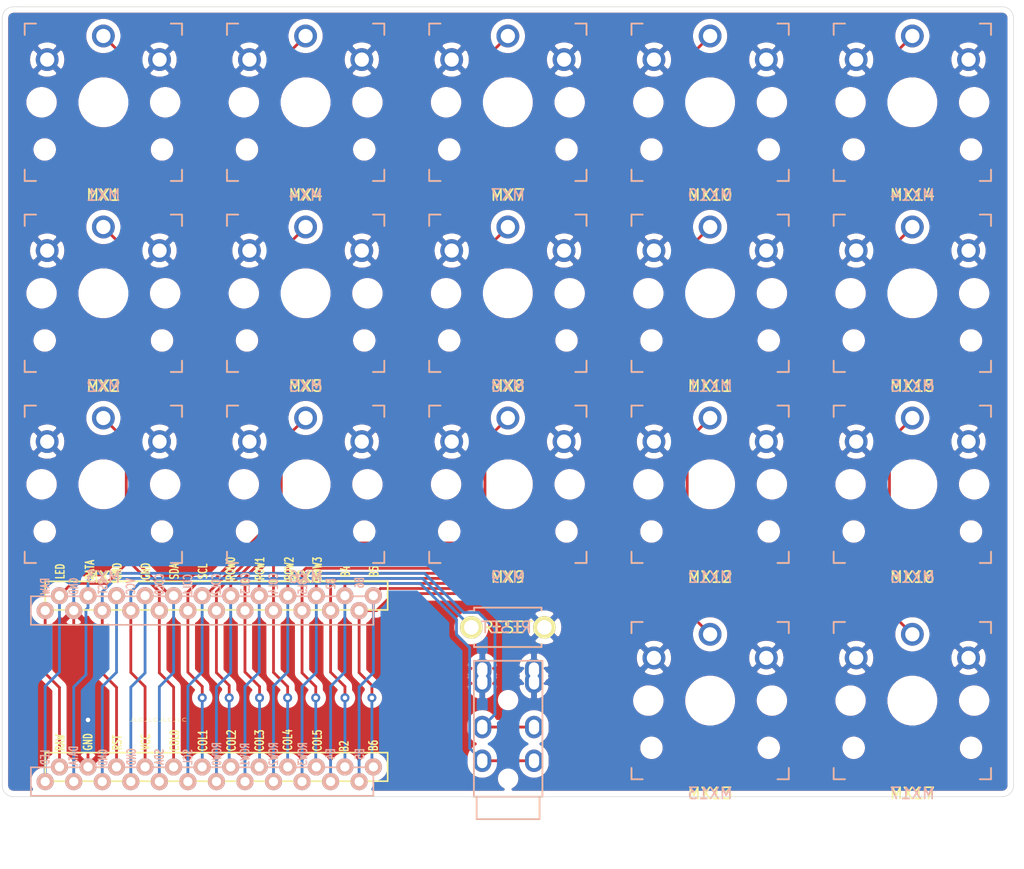
<source format=kicad_pcb>
(kicad_pcb (version 20171130) (host pcbnew "(5.1.12)-1")
  (layers (0 F.Cu signal) (31 B.Cu signal) (34 B.Paste user) (35 F.Paste user) (36 B.SilkS user) (37 F.SilkS user) (38 B.Mask user) (39 F.Mask user) (44 Edge.Cuts user))
  (net 0 "")
  (net 1 S1)
  (net 2 GND)
  (net 3 S2)
  (net 4 S3)
  (net 5 S4)
  (net 6 S5)
  (net 7 S6)
  (net 8 S7)
  (net 9 S8)
  (net 10 S9)
  (net 11 S10)
  (net 12 S11)
  (net 13 S12)
  (net 14 S13)
  (net 15 S14)
  (net 16 S15)
  (net 17 S16)
  (net 18 S17)
  (net 19 "Net-(SW1-Pad1)")
  (net 20 DATA0)
  (net 21 "Net-(U1-Pad3)")
  (net 22 "Net-(U1-Pad4)")
  (net 23 +5V)
  (net 24 "Net-(U1-Pad24)")
  (module keyswitches:SW_PG1350_reversible (layer F.Cu) (at 128.261 111.6499 180)
    (fp_text reference MX6 (at 0 -8.255) (layer F.SilkS))
    (fp_text value MX-NoLED)
    (fp_text user %R (at 0 -8.255) (layer B.SilkS) (effects (justify mirror)))
    (pad "" np_thru_hole circle (at -5.5 0 180) (size 1.7018 1.7018) (drill 1.7018) (layers *.Cu *.Mask))
    (pad "" np_thru_hole circle (at 5.5 0 180) (size 1.7018 1.7018) (drill 1.7018) (layers *.Cu *.Mask))
    (pad "" np_thru_hole circle (at 5.22 -4.2 180) (size 0.9906 0.9906) (drill 0.9906) (layers *.Cu *.Mask))
    (pad 1 thru_hole circle (at 0 5.9 180) (size 2.032 2.032) (drill 1.27) (layers *.Cu *.Mask) (net 7 S6))
    (pad 2 thru_hole circle (at -5 3.8 180) (size 2.032 2.032) (drill 1.27) (layers *.Cu *.Mask) (net 2 GND))
    (pad "" np_thru_hole circle (at 0 0 180) (size 3.429 3.429) (drill 3.429) (layers *.Cu *.Mask))
    (pad 2 thru_hole circle (at 5 3.8 180) (size 2.032 2.032) (drill 1.27) (layers *.Cu *.Mask) (net 2 GND))
    (pad "" np_thru_hole circle (at -5.22 -4.2 180) (size 0.9906 0.9906) (drill 0.9906) (layers *.Cu *.Mask))
  )
  (module Keebio-Parts:TRRS-PJ-320A-no-Fmask (layer F.Cu) (at 146.281 139.4549 180)
    (fp_text reference U2)
    (fp_text value TRRS)
    (pad 1 thru_hole oval (at -2.3 11.3 180) (size 1.6 2) (drill oval 0.9 1.3) (layers *.Cu B.Mask) (net 2 GND))
    (pad 2 thru_hole oval (at 2.3 10.2 180) (size 1.6 2) (drill oval 0.9 1.3) (layers *.Cu B.Mask) (net 2 GND))
    (pad 4 thru_hole oval (at 2.3 3.2 180) (size 1.6 2) (drill oval 0.9 1.3) (layers *.Cu B.Mask) (net 23 +5V))
    (pad "" np_thru_hole circle (at 0 8.6 180) (size 0.8 0.8) (drill 0.8) (layers *.Cu *.Mask))
    (pad "" np_thru_hole circle (at 0 1.6 180) (size 0.8 0.8) (drill 0.8) (layers *.Cu *.Mask))
    (pad 3 thru_hole oval (at 2.3 6.2 180) (size 1.6 2) (drill oval 0.9 1.3) (layers *.Cu B.Mask) (net 20 DATA0))
    (pad 4 thru_hole oval (at 2.3 3.2 180) (size 1 1.4) (drill oval 0.9 1.3) (layers *.Cu F.Mask) (net 23 +5V))
    (pad 3 thru_hole oval (at 2.3 6.2 180) (size 1 1.4) (drill oval 0.9 1.3) (layers *.Cu F.Mask) (net 20 DATA0))
    (pad 2 thru_hole oval (at 2.3 10.2 180) (size 1 1.4) (drill oval 0.9 1.3) (layers *.Cu F.Mask) (net 2 GND))
    (pad 1 thru_hole oval (at -2.3 11.3 180) (size 1 1.4) (drill oval 0.9 1.3) (layers *.Cu F.Mask) (net 2 GND))
  )
  (module keyswitches:SW_PG1350_reversible (layer F.Cu) (at 110.261 77.6499 180)
    (fp_text reference MX1 (at 0 -8.255) (layer F.SilkS))
    (fp_text value MX-NoLED)
    (fp_text user %R (at 0 -8.255) (layer B.SilkS) (effects (justify mirror)))
    (pad "" np_thru_hole circle (at -5.22 -4.2 180) (size 0.9906 0.9906) (drill 0.9906) (layers *.Cu *.Mask))
    (pad 2 thru_hole circle (at 5 3.8 180) (size 2.032 2.032) (drill 1.27) (layers *.Cu *.Mask) (net 2 GND))
    (pad "" np_thru_hole circle (at 0 0 180) (size 3.429 3.429) (drill 3.429) (layers *.Cu *.Mask))
    (pad 2 thru_hole circle (at -5 3.8 180) (size 2.032 2.032) (drill 1.27) (layers *.Cu *.Mask) (net 2 GND))
    (pad 1 thru_hole circle (at 0 5.9 180) (size 2.032 2.032) (drill 1.27) (layers *.Cu *.Mask) (net 1 S1))
    (pad "" np_thru_hole circle (at 5.22 -4.2 180) (size 0.9906 0.9906) (drill 0.9906) (layers *.Cu *.Mask))
    (pad "" np_thru_hole circle (at 5.5 0 180) (size 1.7018 1.7018) (drill 1.7018) (layers *.Cu *.Mask))
    (pad "" np_thru_hole circle (at -5.5 0 180) (size 1.7018 1.7018) (drill 1.7018) (layers *.Cu *.Mask))
  )
  (module keyswitches:SW_PG1350_reversible (layer F.Cu) (at 110.261 94.6499 180)
    (fp_text reference MX2 (at 0 -8.255) (layer F.SilkS))
    (fp_text value MX-NoLED)
    (fp_text user %R (at 0 -8.255) (layer B.SilkS) (effects (justify mirror)))
    (pad "" np_thru_hole circle (at -5.5 0 180) (size 1.7018 1.7018) (drill 1.7018) (layers *.Cu *.Mask))
    (pad "" np_thru_hole circle (at 5.5 0 180) (size 1.7018 1.7018) (drill 1.7018) (layers *.Cu *.Mask))
    (pad "" np_thru_hole circle (at 5.22 -4.2 180) (size 0.9906 0.9906) (drill 0.9906) (layers *.Cu *.Mask))
    (pad 1 thru_hole circle (at 0 5.9 180) (size 2.032 2.032) (drill 1.27) (layers *.Cu *.Mask) (net 3 S2))
    (pad 2 thru_hole circle (at -5 3.8 180) (size 2.032 2.032) (drill 1.27) (layers *.Cu *.Mask) (net 2 GND))
    (pad "" np_thru_hole circle (at 0 0 180) (size 3.429 3.429) (drill 3.429) (layers *.Cu *.Mask))
    (pad 2 thru_hole circle (at 5 3.8 180) (size 2.032 2.032) (drill 1.27) (layers *.Cu *.Mask) (net 2 GND))
    (pad "" np_thru_hole circle (at -5.22 -4.2 180) (size 0.9906 0.9906) (drill 0.9906) (layers *.Cu *.Mask))
  )
  (module keyswitches:SW_PG1350_reversible (layer F.Cu) (at 110.261 111.6499 180)
    (fp_text reference MX3 (at 0 -8.255) (layer F.SilkS))
    (fp_text value MX-NoLED)
    (fp_text user %R (at 0 -8.255) (layer B.SilkS) (effects (justify mirror)))
    (pad "" np_thru_hole circle (at -5.5 0 180) (size 1.7018 1.7018) (drill 1.7018) (layers *.Cu *.Mask))
    (pad "" np_thru_hole circle (at 5.5 0 180) (size 1.7018 1.7018) (drill 1.7018) (layers *.Cu *.Mask))
    (pad "" np_thru_hole circle (at 5.22 -4.2 180) (size 0.9906 0.9906) (drill 0.9906) (layers *.Cu *.Mask))
    (pad 1 thru_hole circle (at 0 5.9 180) (size 2.032 2.032) (drill 1.27) (layers *.Cu *.Mask) (net 4 S3))
    (pad 2 thru_hole circle (at -5 3.8 180) (size 2.032 2.032) (drill 1.27) (layers *.Cu *.Mask) (net 2 GND))
    (pad "" np_thru_hole circle (at 0 0 180) (size 3.429 3.429) (drill 3.429) (layers *.Cu *.Mask))
    (pad 2 thru_hole circle (at 5 3.8 180) (size 2.032 2.032) (drill 1.27) (layers *.Cu *.Mask) (net 2 GND))
    (pad "" np_thru_hole circle (at -5.22 -4.2 180) (size 0.9906 0.9906) (drill 0.9906) (layers *.Cu *.Mask))
  )
  (module keyswitches:SW_PG1350_reversible (layer F.Cu) (at 128.261 77.6499 180)
    (fp_text reference MX4 (at 0 -8.255) (layer F.SilkS))
    (fp_text value MX-NoLED)
    (fp_text user %R (at 0 -8.255) (layer B.SilkS) (effects (justify mirror)))
    (pad "" np_thru_hole circle (at -5.5 0 180) (size 1.7018 1.7018) (drill 1.7018) (layers *.Cu *.Mask))
    (pad "" np_thru_hole circle (at 5.5 0 180) (size 1.7018 1.7018) (drill 1.7018) (layers *.Cu *.Mask))
    (pad "" np_thru_hole circle (at 5.22 -4.2 180) (size 0.9906 0.9906) (drill 0.9906) (layers *.Cu *.Mask))
    (pad 1 thru_hole circle (at 0 5.9 180) (size 2.032 2.032) (drill 1.27) (layers *.Cu *.Mask) (net 5 S4))
    (pad 2 thru_hole circle (at -5 3.8 180) (size 2.032 2.032) (drill 1.27) (layers *.Cu *.Mask) (net 2 GND))
    (pad "" np_thru_hole circle (at 0 0 180) (size 3.429 3.429) (drill 3.429) (layers *.Cu *.Mask))
    (pad 2 thru_hole circle (at 5 3.8 180) (size 2.032 2.032) (drill 1.27) (layers *.Cu *.Mask) (net 2 GND))
    (pad "" np_thru_hole circle (at -5.22 -4.2 180) (size 0.9906 0.9906) (drill 0.9906) (layers *.Cu *.Mask))
  )
  (module keyswitches:SW_PG1350_reversible (layer F.Cu) (at 128.261 94.6499 180)
    (fp_text reference MX5 (at 0 -8.255) (layer F.SilkS))
    (fp_text value MX-NoLED)
    (fp_text user %R (at 0 -8.255) (layer B.SilkS) (effects (justify mirror)))
    (pad "" np_thru_hole circle (at -5.22 -4.2 180) (size 0.9906 0.9906) (drill 0.9906) (layers *.Cu *.Mask))
    (pad 2 thru_hole circle (at 5 3.8 180) (size 2.032 2.032) (drill 1.27) (layers *.Cu *.Mask) (net 2 GND))
    (pad "" np_thru_hole circle (at 0 0 180) (size 3.429 3.429) (drill 3.429) (layers *.Cu *.Mask))
    (pad 2 thru_hole circle (at -5 3.8 180) (size 2.032 2.032) (drill 1.27) (layers *.Cu *.Mask) (net 2 GND))
    (pad 1 thru_hole circle (at 0 5.9 180) (size 2.032 2.032) (drill 1.27) (layers *.Cu *.Mask) (net 6 S5))
    (pad "" np_thru_hole circle (at 5.22 -4.2 180) (size 0.9906 0.9906) (drill 0.9906) (layers *.Cu *.Mask))
    (pad "" np_thru_hole circle (at 5.5 0 180) (size 1.7018 1.7018) (drill 1.7018) (layers *.Cu *.Mask))
    (pad "" np_thru_hole circle (at -5.5 0 180) (size 1.7018 1.7018) (drill 1.7018) (layers *.Cu *.Mask))
  )
  (module keyswitches:SW_PG1350_reversible (layer F.Cu) (at 146.261 77.6499 180)
    (fp_text reference MX7 (at 0 -8.255) (layer F.SilkS))
    (fp_text value MX-NoLED)
    (fp_text user %R (at 0 -8.255) (layer B.SilkS) (effects (justify mirror)))
    (pad "" np_thru_hole circle (at -5.22 -4.2 180) (size 0.9906 0.9906) (drill 0.9906) (layers *.Cu *.Mask))
    (pad 2 thru_hole circle (at 5 3.8 180) (size 2.032 2.032) (drill 1.27) (layers *.Cu *.Mask) (net 2 GND))
    (pad "" np_thru_hole circle (at 0 0 180) (size 3.429 3.429) (drill 3.429) (layers *.Cu *.Mask))
    (pad 2 thru_hole circle (at -5 3.8 180) (size 2.032 2.032) (drill 1.27) (layers *.Cu *.Mask) (net 2 GND))
    (pad 1 thru_hole circle (at 0 5.9 180) (size 2.032 2.032) (drill 1.27) (layers *.Cu *.Mask) (net 8 S7))
    (pad "" np_thru_hole circle (at 5.22 -4.2 180) (size 0.9906 0.9906) (drill 0.9906) (layers *.Cu *.Mask))
    (pad "" np_thru_hole circle (at 5.5 0 180) (size 1.7018 1.7018) (drill 1.7018) (layers *.Cu *.Mask))
    (pad "" np_thru_hole circle (at -5.5 0 180) (size 1.7018 1.7018) (drill 1.7018) (layers *.Cu *.Mask))
  )
  (module keyswitches:SW_PG1350_reversible (layer F.Cu) (at 146.261 94.6499 180)
    (fp_text reference MX8 (at 0 -8.255) (layer F.SilkS))
    (fp_text value MX-NoLED)
    (fp_text user %R (at 0 -8.255) (layer B.SilkS) (effects (justify mirror)))
    (pad "" np_thru_hole circle (at -5.5 0 180) (size 1.7018 1.7018) (drill 1.7018) (layers *.Cu *.Mask))
    (pad "" np_thru_hole circle (at 5.5 0 180) (size 1.7018 1.7018) (drill 1.7018) (layers *.Cu *.Mask))
    (pad "" np_thru_hole circle (at 5.22 -4.2 180) (size 0.9906 0.9906) (drill 0.9906) (layers *.Cu *.Mask))
    (pad 1 thru_hole circle (at 0 5.9 180) (size 2.032 2.032) (drill 1.27) (layers *.Cu *.Mask) (net 9 S8))
    (pad 2 thru_hole circle (at -5 3.8 180) (size 2.032 2.032) (drill 1.27) (layers *.Cu *.Mask) (net 2 GND))
    (pad "" np_thru_hole circle (at 0 0 180) (size 3.429 3.429) (drill 3.429) (layers *.Cu *.Mask))
    (pad 2 thru_hole circle (at 5 3.8 180) (size 2.032 2.032) (drill 1.27) (layers *.Cu *.Mask) (net 2 GND))
    (pad "" np_thru_hole circle (at -5.22 -4.2 180) (size 0.9906 0.9906) (drill 0.9906) (layers *.Cu *.Mask))
  )
  (module keyswitches:SW_PG1350_reversible (layer F.Cu) (at 146.261 111.6499 180)
    (fp_text reference MX9 (at 0 -8.255) (layer F.SilkS))
    (fp_text value MX-NoLED)
    (fp_text user %R (at 0 -8.255) (layer B.SilkS) (effects (justify mirror)))
    (pad "" np_thru_hole circle (at -5.5 0 180) (size 1.7018 1.7018) (drill 1.7018) (layers *.Cu *.Mask))
    (pad "" np_thru_hole circle (at 5.5 0 180) (size 1.7018 1.7018) (drill 1.7018) (layers *.Cu *.Mask))
    (pad "" np_thru_hole circle (at 5.22 -4.2 180) (size 0.9906 0.9906) (drill 0.9906) (layers *.Cu *.Mask))
    (pad 1 thru_hole circle (at 0 5.9 180) (size 2.032 2.032) (drill 1.27) (layers *.Cu *.Mask) (net 10 S9))
    (pad 2 thru_hole circle (at -5 3.8 180) (size 2.032 2.032) (drill 1.27) (layers *.Cu *.Mask) (net 2 GND))
    (pad "" np_thru_hole circle (at 0 0 180) (size 3.429 3.429) (drill 3.429) (layers *.Cu *.Mask))
    (pad 2 thru_hole circle (at 5 3.8 180) (size 2.032 2.032) (drill 1.27) (layers *.Cu *.Mask) (net 2 GND))
    (pad "" np_thru_hole circle (at -5.22 -4.2 180) (size 0.9906 0.9906) (drill 0.9906) (layers *.Cu *.Mask))
  )
  (module keyswitches:SW_PG1350_reversible (layer F.Cu) (at 164.261 77.6499 180)
    (fp_text reference MX10 (at 0 -8.255) (layer F.SilkS))
    (fp_text value MX-NoLED)
    (fp_text user %R (at 0 -8.255) (layer B.SilkS) (effects (justify mirror)))
    (pad "" np_thru_hole circle (at -5.5 0 180) (size 1.7018 1.7018) (drill 1.7018) (layers *.Cu *.Mask))
    (pad "" np_thru_hole circle (at 5.5 0 180) (size 1.7018 1.7018) (drill 1.7018) (layers *.Cu *.Mask))
    (pad "" np_thru_hole circle (at 5.22 -4.2 180) (size 0.9906 0.9906) (drill 0.9906) (layers *.Cu *.Mask))
    (pad 1 thru_hole circle (at 0 5.9 180) (size 2.032 2.032) (drill 1.27) (layers *.Cu *.Mask) (net 11 S10))
    (pad 2 thru_hole circle (at -5 3.8 180) (size 2.032 2.032) (drill 1.27) (layers *.Cu *.Mask) (net 2 GND))
    (pad "" np_thru_hole circle (at 0 0 180) (size 3.429 3.429) (drill 3.429) (layers *.Cu *.Mask))
    (pad 2 thru_hole circle (at 5 3.8 180) (size 2.032 2.032) (drill 1.27) (layers *.Cu *.Mask) (net 2 GND))
    (pad "" np_thru_hole circle (at -5.22 -4.2 180) (size 0.9906 0.9906) (drill 0.9906) (layers *.Cu *.Mask))
  )
  (module keyswitches:SW_PG1350_reversible (layer F.Cu) (at 164.261 94.6499 180)
    (fp_text reference MX11 (at 0 -8.255) (layer F.SilkS))
    (fp_text value MX-NoLED)
    (fp_text user %R (at 0 -8.255) (layer B.SilkS) (effects (justify mirror)))
    (pad "" np_thru_hole circle (at -5.22 -4.2 180) (size 0.9906 0.9906) (drill 0.9906) (layers *.Cu *.Mask))
    (pad 2 thru_hole circle (at 5 3.8 180) (size 2.032 2.032) (drill 1.27) (layers *.Cu *.Mask) (net 2 GND))
    (pad "" np_thru_hole circle (at 0 0 180) (size 3.429 3.429) (drill 3.429) (layers *.Cu *.Mask))
    (pad 2 thru_hole circle (at -5 3.8 180) (size 2.032 2.032) (drill 1.27) (layers *.Cu *.Mask) (net 2 GND))
    (pad 1 thru_hole circle (at 0 5.9 180) (size 2.032 2.032) (drill 1.27) (layers *.Cu *.Mask) (net 12 S11))
    (pad "" np_thru_hole circle (at 5.22 -4.2 180) (size 0.9906 0.9906) (drill 0.9906) (layers *.Cu *.Mask))
    (pad "" np_thru_hole circle (at 5.5 0 180) (size 1.7018 1.7018) (drill 1.7018) (layers *.Cu *.Mask))
    (pad "" np_thru_hole circle (at -5.5 0 180) (size 1.7018 1.7018) (drill 1.7018) (layers *.Cu *.Mask))
  )
  (module keyswitches:SW_PG1350_reversible (layer F.Cu) (at 164.261 111.6499 180)
    (fp_text reference MX12 (at 0 -8.255) (layer F.SilkS))
    (fp_text value MX-NoLED)
    (fp_text user %R (at 0 -8.255) (layer B.SilkS) (effects (justify mirror)))
    (pad "" np_thru_hole circle (at -5.5 0 180) (size 1.7018 1.7018) (drill 1.7018) (layers *.Cu *.Mask))
    (pad "" np_thru_hole circle (at 5.5 0 180) (size 1.7018 1.7018) (drill 1.7018) (layers *.Cu *.Mask))
    (pad "" np_thru_hole circle (at 5.22 -4.2 180) (size 0.9906 0.9906) (drill 0.9906) (layers *.Cu *.Mask))
    (pad 1 thru_hole circle (at 0 5.9 180) (size 2.032 2.032) (drill 1.27) (layers *.Cu *.Mask) (net 13 S12))
    (pad 2 thru_hole circle (at -5 3.8 180) (size 2.032 2.032) (drill 1.27) (layers *.Cu *.Mask) (net 2 GND))
    (pad "" np_thru_hole circle (at 0 0 180) (size 3.429 3.429) (drill 3.429) (layers *.Cu *.Mask))
    (pad 2 thru_hole circle (at 5 3.8 180) (size 2.032 2.032) (drill 1.27) (layers *.Cu *.Mask) (net 2 GND))
    (pad "" np_thru_hole circle (at -5.22 -4.2 180) (size 0.9906 0.9906) (drill 0.9906) (layers *.Cu *.Mask))
  )
  (module keyswitches:SW_PG1350_reversible (layer F.Cu) (at 164.261 130.8999 180)
    (fp_text reference MX13 (at 0 -8.255) (layer F.SilkS))
    (fp_text value MX-NoLED)
    (fp_text user %R (at 0 -8.255) (layer B.SilkS) (effects (justify mirror)))
    (pad "" np_thru_hole circle (at -5.5 0 180) (size 1.7018 1.7018) (drill 1.7018) (layers *.Cu *.Mask))
    (pad "" np_thru_hole circle (at 5.5 0 180) (size 1.7018 1.7018) (drill 1.7018) (layers *.Cu *.Mask))
    (pad "" np_thru_hole circle (at 5.22 -4.2 180) (size 0.9906 0.9906) (drill 0.9906) (layers *.Cu *.Mask))
    (pad 1 thru_hole circle (at 0 5.9 180) (size 2.032 2.032) (drill 1.27) (layers *.Cu *.Mask) (net 14 S13))
    (pad 2 thru_hole circle (at -5 3.8 180) (size 2.032 2.032) (drill 1.27) (layers *.Cu *.Mask) (net 2 GND))
    (pad "" np_thru_hole circle (at 0 0 180) (size 3.429 3.429) (drill 3.429) (layers *.Cu *.Mask))
    (pad 2 thru_hole circle (at 5 3.8 180) (size 2.032 2.032) (drill 1.27) (layers *.Cu *.Mask) (net 2 GND))
    (pad "" np_thru_hole circle (at -5.22 -4.2 180) (size 0.9906 0.9906) (drill 0.9906) (layers *.Cu *.Mask))
  )
  (module keyswitches:SW_PG1350_reversible (layer F.Cu) (at 182.261 77.6499 180)
    (fp_text reference MX14 (at 0 -8.255) (layer F.SilkS))
    (fp_text value MX-NoLED)
    (fp_text user %R (at 0 -8.255) (layer B.SilkS) (effects (justify mirror)))
    (pad "" np_thru_hole circle (at -5.22 -4.2 180) (size 0.9906 0.9906) (drill 0.9906) (layers *.Cu *.Mask))
    (pad 2 thru_hole circle (at 5 3.8 180) (size 2.032 2.032) (drill 1.27) (layers *.Cu *.Mask) (net 2 GND))
    (pad "" np_thru_hole circle (at 0 0 180) (size 3.429 3.429) (drill 3.429) (layers *.Cu *.Mask))
    (pad 2 thru_hole circle (at -5 3.8 180) (size 2.032 2.032) (drill 1.27) (layers *.Cu *.Mask) (net 2 GND))
    (pad 1 thru_hole circle (at 0 5.9 180) (size 2.032 2.032) (drill 1.27) (layers *.Cu *.Mask) (net 15 S14))
    (pad "" np_thru_hole circle (at 5.22 -4.2 180) (size 0.9906 0.9906) (drill 0.9906) (layers *.Cu *.Mask))
    (pad "" np_thru_hole circle (at 5.5 0 180) (size 1.7018 1.7018) (drill 1.7018) (layers *.Cu *.Mask))
    (pad "" np_thru_hole circle (at -5.5 0 180) (size 1.7018 1.7018) (drill 1.7018) (layers *.Cu *.Mask))
  )
  (module keyswitches:SW_PG1350_reversible (layer F.Cu) (at 182.261 94.6499 180)
    (fp_text reference MX15 (at 0 -8.255) (layer F.SilkS))
    (fp_text value MX-NoLED)
    (fp_text user %R (at 0 -8.255) (layer B.SilkS) (effects (justify mirror)))
    (pad "" np_thru_hole circle (at -5.5 0 180) (size 1.7018 1.7018) (drill 1.7018) (layers *.Cu *.Mask))
    (pad "" np_thru_hole circle (at 5.5 0 180) (size 1.7018 1.7018) (drill 1.7018) (layers *.Cu *.Mask))
    (pad "" np_thru_hole circle (at 5.22 -4.2 180) (size 0.9906 0.9906) (drill 0.9906) (layers *.Cu *.Mask))
    (pad 1 thru_hole circle (at 0 5.9 180) (size 2.032 2.032) (drill 1.27) (layers *.Cu *.Mask) (net 16 S15))
    (pad 2 thru_hole circle (at -5 3.8 180) (size 2.032 2.032) (drill 1.27) (layers *.Cu *.Mask) (net 2 GND))
    (pad "" np_thru_hole circle (at 0 0 180) (size 3.429 3.429) (drill 3.429) (layers *.Cu *.Mask))
    (pad 2 thru_hole circle (at 5 3.8 180) (size 2.032 2.032) (drill 1.27) (layers *.Cu *.Mask) (net 2 GND))
    (pad "" np_thru_hole circle (at -5.22 -4.2 180) (size 0.9906 0.9906) (drill 0.9906) (layers *.Cu *.Mask))
  )
  (module keyswitches:SW_PG1350_reversible (layer F.Cu) (at 182.261 111.6499 180)
    (fp_text reference MX16 (at 0 -8.255) (layer F.SilkS))
    (fp_text value MX-NoLED)
    (fp_text user %R (at 0 -8.255) (layer B.SilkS) (effects (justify mirror)))
    (pad "" np_thru_hole circle (at -5.22 -4.2 180) (size 0.9906 0.9906) (drill 0.9906) (layers *.Cu *.Mask))
    (pad 2 thru_hole circle (at 5 3.8 180) (size 2.032 2.032) (drill 1.27) (layers *.Cu *.Mask) (net 2 GND))
    (pad "" np_thru_hole circle (at 0 0 180) (size 3.429 3.429) (drill 3.429) (layers *.Cu *.Mask))
    (pad 2 thru_hole circle (at -5 3.8 180) (size 2.032 2.032) (drill 1.27) (layers *.Cu *.Mask) (net 2 GND))
    (pad 1 thru_hole circle (at 0 5.9 180) (size 2.032 2.032) (drill 1.27) (layers *.Cu *.Mask) (net 17 S16))
    (pad "" np_thru_hole circle (at 5.22 -4.2 180) (size 0.9906 0.9906) (drill 0.9906) (layers *.Cu *.Mask))
    (pad "" np_thru_hole circle (at 5.5 0 180) (size 1.7018 1.7018) (drill 1.7018) (layers *.Cu *.Mask))
    (pad "" np_thru_hole circle (at -5.5 0 180) (size 1.7018 1.7018) (drill 1.7018) (layers *.Cu *.Mask))
  )
  (module keyswitches:SW_PG1350_reversible (layer F.Cu) (at 182.261 130.8999 180)
    (fp_text reference MX17 (at 0 -8.255) (layer F.SilkS))
    (fp_text value MX-NoLED)
    (fp_text user %R (at 0 -8.255) (layer B.SilkS) (effects (justify mirror)))
    (pad "" np_thru_hole circle (at -5.22 -4.2 180) (size 0.9906 0.9906) (drill 0.9906) (layers *.Cu *.Mask))
    (pad 2 thru_hole circle (at 5 3.8 180) (size 2.032 2.032) (drill 1.27) (layers *.Cu *.Mask) (net 2 GND))
    (pad "" np_thru_hole circle (at 0 0 180) (size 3.429 3.429) (drill 3.429) (layers *.Cu *.Mask))
    (pad 2 thru_hole circle (at -5 3.8 180) (size 2.032 2.032) (drill 1.27) (layers *.Cu *.Mask) (net 2 GND))
    (pad 1 thru_hole circle (at 0 5.9 180) (size 2.032 2.032) (drill 1.27) (layers *.Cu *.Mask) (net 18 S17))
    (pad "" np_thru_hole circle (at 5.22 -4.2 180) (size 0.9906 0.9906) (drill 0.9906) (layers *.Cu *.Mask))
    (pad "" np_thru_hole circle (at 5.5 0 180) (size 1.7018 1.7018) (drill 1.7018) (layers *.Cu *.Mask))
    (pad "" np_thru_hole circle (at -5.5 0 180) (size 1.7018 1.7018) (drill 1.7018) (layers *.Cu *.Mask))
  )
  (module kbd:ResetSW (layer F.Cu) (at 146.261 124.3799 180)
    (fp_text reference SW1 hide)
    (fp_text value SW_SPST)
    (fp_text user RESET (at 0.127 0) (layer B.SilkS) (effects (justify mirror)))
    (fp_text user RESET (at 0 0) (layer F.SilkS))
    (pad 1 thru_hole circle (at 3.25 0 180) (size 2 2) (drill 1.3) (layers *.Cu *.Mask F.SilkS) (net 19 "Net-(SW1-Pad1)"))
    (pad 2 thru_hole circle (at -3.25 0 180) (size 2 2) (drill 1.3) (layers *.Cu *.Mask F.SilkS) (net 2 GND))
  )
  (module kbd:ProMicro_v2 (layer B.Cu) (at 119.561 130.4499 270)
    (fp_text reference U1 hide)
    (fp_text value ProMicro hide)
    (fp_text user "" (at -0.5 17.25 90) (layer B.SilkS) (effects (justify mirror)))
    (fp_text user "" (at -1.2065 16.256 90) (layer F.SilkS))
    (fp_text user RAW (at -9.7155 14.478 90) (layer B.SilkS) (effects (font (size 0.75 0.5) (thickness 0.125)) (justify mirror)))
    (fp_text user LED (at 5.5 14.478 90) (layer B.SilkS) (effects (font (size 0.75 0.5) (thickness 0.125)) (justify mirror)))
    (fp_text user GND (at -9.7155 11.938 90) (layer B.SilkS) (effects (font (size 0.75 0.5) (thickness 0.125)) (justify mirror)))
    (fp_text user DATA (at 5.35 11.95 90) (layer B.SilkS) (effects (font (size 0.75 0.5) (thickness 0.125)) (justify mirror)))
    (fp_text user RST (at -9.7155 9.3345 90) (layer B.SilkS) (effects (font (size 0.75 0.5) (thickness 0.125)) (justify mirror)))
    (fp_text user GND (at 5.5245 9.3345 90) (layer B.SilkS) (effects (font (size 0.75 0.5) (thickness 0.125)) (justify mirror)))
    (fp_text user VCC (at -9.7155 6.858 90) (layer B.SilkS) (effects (font (size 0.75 0.5) (thickness 0.125)) (justify mirror)))
    (fp_text user GND (at 5.461 6.7945 90) (layer B.SilkS) (effects (font (size 0.75 0.5) (thickness 0.125)) (justify mirror)))
    (fp_text user COL3 (at -10 -3.35 90) (layer B.SilkS) (effects (font (size 0.75 0.5) (thickness 0.125)) (justify mirror)))
    (fp_text user ROW0 (at 5.2 -0.8 90) (layer B.SilkS) (effects (font (size 0.75 0.5) (thickness 0.125)) (justify mirror)))
    (fp_text user COL2 (at -9.9 -0.762 90) (layer B.SilkS) (effects (font (size 0.75 0.5) (thickness 0.125)) (justify mirror)))
    (fp_text user SCL (at 5.461 1.778 90) (layer B.SilkS) (effects (font (size 0.75 0.5) (thickness 0.125)) (justify mirror)))
    (fp_text user COL1 (at -9.85 1.778 90) (layer B.SilkS) (effects (font (size 0.75 0.5) (thickness 0.125)) (justify mirror)))
    (fp_text user SDA (at 5.461 4.318 90) (layer B.SilkS) (effects (font (size 0.75 0.5) (thickness 0.125)) (justify mirror)))
    (fp_text user COL0 (at -9.9 4.3 90) (layer B.SilkS) (effects (font (size 0.75 0.5) (thickness 0.125)) (justify mirror)))
    (fp_text user B6 (at -10.05 -13.5 90) (layer B.SilkS) (effects (font (size 0.75 0.5) (thickness 0.125)) (justify mirror)))
    (fp_text user B5 (at 5.2 -13.5255 90) (layer B.SilkS) (effects (font (size 0.75 0.5) (thickness 0.125)) (justify mirror)))
    (fp_text user B4 (at 5.2 -10.922 90) (layer B.SilkS) (effects (font (size 0.75 0.5) (thickness 0.125)) (justify mirror)))
    (fp_text user B2 (at -9.95 -10.95 90) (layer B.SilkS) (effects (font (size 0.75 0.5) (thickness 0.125)) (justify mirror)))
    (fp_text user ROW3 (at 5.2 -8.4455 90) (layer B.SilkS) (effects (font (size 0.75 0.5) (thickness 0.125)) (justify mirror)))
    (fp_text user COL5 (at -9.95 -8.4455 90) (layer B.SilkS) (effects (font (size 0.75 0.5) (thickness 0.125)) (justify mirror)))
    (fp_text user ROW2 (at 5.2 -5.85 90) (layer B.SilkS) (effects (font (size 0.75 0.5) (thickness 0.125)) (justify mirror)))
    (fp_text user COL4 (at -9.95 -5.85 90) (layer B.SilkS) (effects (font (size 0.75 0.5) (thickness 0.125)) (justify mirror)))
    (fp_text user ROW1 (at 5.25 -3.302 90) (layer B.SilkS) (effects (font (size 0.75 0.5) (thickness 0.125)) (justify mirror)))
    (fp_text user ROW1 (at -11.3 -4.6355 90) (layer F.SilkS) (effects (font (size 0.75 0.5) (thickness 0.125))))
    (fp_text user COL4 (at 3.95 -7.112 90) (layer F.SilkS) (effects (font (size 0.75 0.5) (thickness 0.125))))
    (fp_text user ROW2 (at -11.3 -7.239 90) (layer F.SilkS) (effects (font (size 0.75 0.5) (thickness 0.125))))
    (fp_text user COL5 (at 4 -9.75 90) (layer F.SilkS) (effects (font (size 0.75 0.5) (thickness 0.125))))
    (fp_text user ROW3 (at -11.3 -9.75 90) (layer F.SilkS) (effects (font (size 0.75 0.5) (thickness 0.125))))
    (fp_text user B2 (at 4.5085 -12.1285 90) (layer F.SilkS) (effects (font (size 0.75 0.5) (thickness 0.125))))
    (fp_text user B4 (at -11.049 -12.2555 90) (layer F.SilkS) (effects (font (size 0.75 0.5) (thickness 0.125))))
    (fp_text user B5 (at -11.049 -14.7955 90) (layer F.SilkS) (effects (font (size 0.75 0.5) (thickness 0.125))))
    (fp_text user B6 (at 4.445 -14.732 90) (layer F.SilkS) (effects (font (size 0.75 0.5) (thickness 0.125))))
    (fp_text user COL0 (at 4 2.95 90) (layer F.SilkS) (effects (font (size 0.75 0.5) (thickness 0.125))))
    (fp_text user SDA (at -11.049 2.9845 90) (layer F.SilkS) (effects (font (size 0.75 0.5) (thickness 0.125))))
    (fp_text user COL1 (at 4 0.4445 90) (layer F.SilkS) (effects (font (size 0.75 0.5) (thickness 0.125))))
    (fp_text user SCL (at -11.049 0.4445 90) (layer F.SilkS) (effects (font (size 0.75 0.5) (thickness 0.125))))
    (fp_text user COL2 (at 4 -2.1 90) (layer F.SilkS) (effects (font (size 0.75 0.5) (thickness 0.125))))
    (fp_text user ROW0 (at -11.3 -2.032 90) (layer F.SilkS) (effects (font (size 0.75 0.5) (thickness 0.125))))
    (fp_text user COL3 (at 4 -4.6 90) (layer F.SilkS) (effects (font (size 0.75 0.5) (thickness 0.125))))
    (fp_text user GND (at -11.049 5.5245 90) (layer F.SilkS) (effects (font (size 0.75 0.5) (thickness 0.125))))
    (fp_text user VCC (at 4.1275 5.5245 90) (layer F.SilkS) (effects (font (size 0.75 0.5) (thickness 0.125))))
    (fp_text user GND (at -11.049 8.0645 90) (layer F.SilkS) (effects (font (size 0.75 0.5) (thickness 0.125))))
    (fp_text user RST (at 4.191 8.0645 90) (layer F.SilkS) (effects (font (size 0.75 0.5) (thickness 0.125))))
    (fp_text user DATA (at -11.2 10.5 90) (layer F.SilkS) (effects (font (size 0.75 0.5) (thickness 0.125))))
    (fp_text user GND (at 4.1275 10.668 90) (layer F.SilkS) (effects (font (size 0.75 0.5) (thickness 0.125))))
    (fp_text user LED (at -11.049 13.1445 90) (layer F.SilkS) (effects (font (size 0.75 0.5) (thickness 0.125))))
    (fp_text user RAW (at 4.191 13.1445 90) (layer F.SilkS) (effects (font (size 0.75 0.5) (thickness 0.125))))
    (pad 24 thru_hole circle (at 6.35 13.208 270) (size 1.524 1.524) (drill 0.8128) (layers *.Cu *.Mask B.SilkS) (net 24 "Net-(U1-Pad24)"))
    (pad 23 thru_hole circle (at 6.35 10.668 270) (size 1.524 1.524) (drill 0.8128) (layers *.Cu *.Mask B.SilkS) (net 2 GND))
    (pad 22 thru_hole circle (at 6.35 8.128 270) (size 1.524 1.524) (drill 0.8128) (layers *.Cu *.Mask B.SilkS) (net 19 "Net-(SW1-Pad1)"))
    (pad 21 thru_hole circle (at 6.35 5.588 270) (size 1.524 1.524) (drill 0.8128) (layers *.Cu *.Mask B.SilkS) (net 23 +5V))
    (pad 20 thru_hole circle (at 6.35 3.048 270) (size 1.524 1.524) (drill 0.8128) (layers *.Cu *.Mask B.SilkS) (net 3 S2))
    (pad 19 thru_hole circle (at 6.35 0.508 270) (size 1.524 1.524) (drill 0.8128) (layers *.Cu *.Mask B.SilkS) (net 5 S4))
    (pad 18 thru_hole circle (at 6.35 -2.032 270) (size 1.524 1.524) (drill 0.8128) (layers *.Cu *.Mask B.SilkS) (net 7 S6))
    (pad 17 thru_hole circle (at 6.35 -4.572 270) (size 1.524 1.524) (drill 0.8128) (layers *.Cu *.Mask B.SilkS) (net 9 S8))
    (pad 16 thru_hole circle (at 6.35 -7.112 270) (size 1.524 1.524) (drill 0.8128) (layers *.Cu *.Mask B.SilkS) (net 11 S10))
    (pad 15 thru_hole circle (at 6.35 -9.652 270) (size 1.524 1.524) (drill 0.8128) (layers *.Cu *.Mask B.SilkS) (net 13 S12))
    (pad 14 thru_hole circle (at 6.35 -12.192 270) (size 1.524 1.524) (drill 0.8128) (layers *.Cu *.Mask B.SilkS) (net 16 S15))
    (pad 13 thru_hole circle (at 6.35 -14.732 270) (size 1.524 1.524) (drill 0.8128) (layers *.Cu *.Mask B.SilkS) (net 14 S13))
    (pad 12 thru_hole circle (at -8.89 -14.732 270) (size 1.524 1.524) (drill 0.8128) (layers *.Cu *.Mask B.SilkS) (net 18 S17))
    (pad 11 thru_hole circle (at -8.89 -12.192 270) (size 1.524 1.524) (drill 0.8128) (layers *.Cu *.Mask B.SilkS) (net 17 S16))
    (pad 10 thru_hole circle (at -8.89 -9.652 270) (size 1.524 1.524) (drill 0.8128) (layers *.Cu *.Mask B.SilkS) (net 15 S14))
    (pad 9 thru_hole circle (at -8.89 -7.112 270) (size 1.524 1.524) (drill 0.8128) (layers *.Cu *.Mask B.SilkS) (net 12 S11))
    (pad 8 thru_hole circle (at -8.89 -4.572 270) (size 1.524 1.524) (drill 0.8128) (layers *.Cu *.Mask B.SilkS) (net 10 S9))
    (pad 7 thru_hole circle (at -8.89 -2.032 270) (size 1.524 1.524) (drill 0.8128) (layers *.Cu *.Mask B.SilkS) (net 8 S7))
    (pad 6 thru_hole circle (at -8.89 0.508 270) (size 1.524 1.524) (drill 0.8128) (layers *.Cu *.Mask B.SilkS) (net 6 S5))
    (pad 5 thru_hole circle (at -8.89 3.048 270) (size 1.524 1.524) (drill 0.8128) (layers *.Cu *.Mask B.SilkS) (net 1 S1))
    (pad 4 thru_hole circle (at -8.89 5.588 270) (size 1.524 1.524) (drill 0.8128) (layers *.Cu *.Mask B.SilkS) (net 22 "Net-(U1-Pad4)"))
    (pad 3 thru_hole circle (at -8.89 8.128 270) (size 1.524 1.524) (drill 0.8128) (layers *.Cu *.Mask B.SilkS) (net 21 "Net-(U1-Pad3)"))
    (pad 2 thru_hole circle (at -8.89 10.668 270) (size 1.524 1.524) (drill 0.8128) (layers *.Cu *.Mask B.SilkS) (net 20 DATA0))
    (pad 1 thru_hole circle (at -8.89 13.208 270) (size 1.524 1.524) (drill 0.8128) (layers *.Cu *.Mask B.SilkS) (net 4 S3))
    (pad 1 thru_hole circle (at 7.6564 14.478 270) (size 1.524 1.524) (drill 0.8128) (layers *.Cu *.Mask B.SilkS) (net 4 S3))
    (pad 2 thru_hole circle (at 7.6564 11.938 270) (size 1.524 1.524) (drill 0.8128) (layers *.Cu *.Mask B.SilkS) (net 20 DATA0))
    (pad 3 thru_hole circle (at 7.6564 9.398 270) (size 1.524 1.524) (drill 0.8128) (layers *.Cu *.Mask B.SilkS) (net 21 "Net-(U1-Pad3)"))
    (pad 4 thru_hole circle (at 7.6564 6.858 270) (size 1.524 1.524) (drill 0.8128) (layers *.Cu *.Mask B.SilkS) (net 22 "Net-(U1-Pad4)"))
    (pad 5 thru_hole circle (at 7.6564 4.318 270) (size 1.524 1.524) (drill 0.8128) (layers *.Cu *.Mask B.SilkS) (net 1 S1))
    (pad 6 thru_hole circle (at 7.6564 1.778 270) (size 1.524 1.524) (drill 0.8128) (layers *.Cu *.Mask B.SilkS) (net 6 S5))
    (pad 7 thru_hole circle (at 7.6564 -0.762 270) (size 1.524 1.524) (drill 0.8128) (layers *.Cu *.Mask B.SilkS) (net 8 S7))
    (pad 8 thru_hole circle (at 7.6564 -3.302 270) (size 1.524 1.524) (drill 0.8128) (layers *.Cu *.Mask B.SilkS) (net 10 S9))
    (pad 9 thru_hole circle (at 7.6564 -5.842 270) (size 1.524 1.524) (drill 0.8128) (layers *.Cu *.Mask B.SilkS) (net 12 S11))
    (pad 10 thru_hole circle (at 7.6564 -8.382 270) (size 1.524 1.524) (drill 0.8128) (layers *.Cu *.Mask B.SilkS) (net 15 S14))
    (pad 11 thru_hole circle (at 7.6564 -10.922 270) (size 1.524 1.524) (drill 0.8128) (layers *.Cu *.Mask B.SilkS) (net 17 S16))
    (pad 12 thru_hole circle (at 7.6564 -13.462 270) (size 1.524 1.524) (drill 0.8128) (layers *.Cu *.Mask B.SilkS) (net 18 S17))
    (pad 13 thru_hole circle (at -7.5636 -13.462 270) (size 1.524 1.524) (drill 0.8128) (layers *.Cu *.Mask B.SilkS) (net 14 S13))
    (pad 14 thru_hole circle (at -7.5636 -10.922 270) (size 1.524 1.524) (drill 0.8128) (layers *.Cu *.Mask B.SilkS) (net 16 S15))
    (pad 15 thru_hole circle (at -7.5636 -8.382 270) (size 1.524 1.524) (drill 0.8128) (layers *.Cu *.Mask B.SilkS) (net 13 S12))
    (pad 16 thru_hole circle (at -7.5636 -5.842 270) (size 1.524 1.524) (drill 0.8128) (layers *.Cu *.Mask B.SilkS) (net 11 S10))
    (pad 17 thru_hole circle (at -7.5636 -3.302 270) (size 1.524 1.524) (drill 0.8128) (layers *.Cu *.Mask B.SilkS) (net 9 S8))
    (pad 18 thru_hole circle (at -7.5636 -0.762 270) (size 1.524 1.524) (drill 0.8128) (layers *.Cu *.Mask B.SilkS) (net 7 S6))
    (pad 19 thru_hole circle (at -7.5636 1.778 270) (size 1.524 1.524) (drill 0.8128) (layers *.Cu *.Mask B.SilkS) (net 5 S4))
    (pad 20 thru_hole circle (at -7.5636 4.318 270) (size 1.524 1.524) (drill 0.8128) (layers *.Cu *.Mask B.SilkS) (net 3 S2))
    (pad 21 thru_hole circle (at -7.5636 6.858 270) (size 1.524 1.524) (drill 0.8128) (layers *.Cu *.Mask B.SilkS) (net 23 +5V))
    (pad 22 thru_hole circle (at -7.5636 9.398 270) (size 1.524 1.524) (drill 0.8128) (layers *.Cu *.Mask B.SilkS) (net 19 "Net-(SW1-Pad1)"))
    (pad 23 thru_hole circle (at -7.5636 11.938 270) (size 1.524 1.524) (drill 0.8128) (layers *.Cu *.Mask B.SilkS) (net 2 GND))
    (pad 24 thru_hole circle (at -7.5636 14.478 270) (size 1.524 1.524) (drill 0.8128) (layers *.Cu *.Mask B.SilkS) (net 24 "Net-(U1-Pad24)"))
  )
  (module Keebio-Parts:TRRS-PJ-320A-no-Fmask (layer B.Cu) (at 146.286 139.4549)
    (fp_text reference U3)
    (fp_text value TRRS)
    (pad 1 thru_hole oval (at -2.3 -11.3) (size 1.6 2) (drill oval 0.9 1.3) (layers *.Cu F.Mask) (net 2 GND))
    (pad 2 thru_hole oval (at 2.3 -10.2) (size 1.6 2) (drill oval 0.9 1.3) (layers *.Cu F.Mask) (net 2 GND))
    (pad 4 thru_hole oval (at 2.3 -3.2) (size 1.6 2) (drill oval 0.9 1.3) (layers *.Cu F.Mask) (net 23 +5V))
    (pad "" np_thru_hole circle (at 0 -8.6) (size 0.8 0.8) (drill 0.8) (layers *.Cu *.Mask))
    (pad "" np_thru_hole circle (at 0 -1.6) (size 0.8 0.8) (drill 0.8) (layers *.Cu *.Mask))
    (pad 3 thru_hole oval (at 2.3 -6.2) (size 1.6 2) (drill oval 0.9 1.3) (layers *.Cu F.Mask) (net 20 DATA0))
    (pad 4 thru_hole oval (at 2.3 -3.2) (size 1 1.4) (drill oval 0.9 1.3) (layers *.Cu B.Mask) (net 23 +5V))
    (pad 3 thru_hole oval (at 2.3 -6.2) (size 1 1.4) (drill oval 0.9 1.3) (layers *.Cu B.Mask) (net 20 DATA0))
    (pad 2 thru_hole oval (at 2.3 -10.2) (size 1 1.4) (drill oval 0.9 1.3) (layers *.Cu B.Mask) (net 2 GND))
    (pad 1 thru_hole oval (at -2.3 -11.3) (size 1 1.4) (drill oval 0.9 1.3) (layers *.Cu B.Mask) (net 2 GND))
  )
  (gr_text JLCJLCJLCJLC (at 115.1382 132.6134) (layer F.SilkS) (effects (font (size 0.3 0.5) (thickness 0.0375))))
  (gr_line (start 191.261 136.1499) (end 191.261 138.4554) (layer Edge.Cuts) (width 0.05))
  (gr_arc (start 190.261 138.4554) (end 190.261 139.4554) (angle -90) (layer Edge.Cuts) (width 0.05))
  (gr_line (start 101.261 136.1499) (end 101.2571 138.4554) (layer Edge.Cuts) (width 0.05))
  (gr_arc (start 102.2571 138.4554) (end 101.2571 138.4554) (angle -90) (layer Edge.Cuts) (width 0.05))
  (gr_line (start 102.2571 139.4554) (end 190.261 139.4554) (layer Edge.Cuts) (width 0.05))
  (gr_arc (start 190.261 70.1499) (end 191.261 70.1499) (angle -90) (layer Edge.Cuts) (width 0.05))
  (gr_arc (start 102.261 70.1499) (end 102.261 69.1499) (angle -90) (layer Edge.Cuts) (width 0.05))
  (gr_line (start 189.761 69.1499) (end 190.261 69.1499) (layer Edge.Cuts) (width 0.05))
  (gr_line (start 102.761 69.1499) (end 102.261 69.1499) (layer Edge.Cuts) (width 0.05))
  (gr_line (start 101.261 136.1499) (end 101.261 70.1499) (layer Edge.Cuts) (width 0.05))
  (gr_line (start 191.261 70.1499) (end 191.261 136.1499) (layer Edge.Cuts) (width 0.05))
  (gr_line (start 102.761 69.1499) (end 189.761 69.1499) (layer Edge.Cuts) (width 0.05))
  (segment (start 116.513 121.5599) (end 116.513 128.3979) (width 0.25) (layer B.Cu) (net 1))
  (segment (start 115.243 129.6679) (end 115.243 138.1063) (width 0.25) (layer B.Cu) (net 1))
  (segment (start 116.513 128.3979) (end 115.243 129.6679) (width 0.25) (layer B.Cu) (net 1))
  (segment (start 116.218172 121.5599) (end 116.513 121.5599) (width 0.25) (layer F.Cu) (net 1))
  (segment (start 113.200521 118.542249) (end 116.218172 121.5599) (width 0.25) (layer F.Cu) (net 1))
  (segment (start 113.200521 74.689421) (end 113.200521 118.542249) (width 0.25) (layer F.Cu) (net 1))
  (segment (start 110.261 71.7499) (end 113.200521 74.689421) (width 0.25) (layer F.Cu) (net 1))
  (segment (start 107.623 110.2119) (end 105.261 107.8499) (width 0.25) (layer B.Cu) (net 2))
  (segment (start 107.623 122.8863) (end 107.623 110.2119) (width 0.25) (layer B.Cu) (net 2))
  (segment (start 107.623 122.8863) (end 107.623 128.4119) (width 0.25) (layer F.Cu) (net 2))
  (segment (start 108.893 129.6819) (end 108.893 132.6179) (width 0.25) (layer F.Cu) (net 2))
  (segment (start 107.623 128.4119) (end 108.893 129.6819) (width 0.25) (layer F.Cu) (net 2))
  (segment (start 108.893 132.6179) (end 108.893 136.7999) (width 0.25) (layer F.Cu) (net 2))
  (via (at 108.893 132.6179) (size 0.8) (drill 0.4) (layers F.Cu B.Cu) (net 2))
  (segment (start 115.243 122.8863) (end 115.243 128.4319) (width 0.25) (layer F.Cu) (net 3))
  (segment (start 116.513 129.7019) (end 116.513 136.7999) (width 0.25) (layer F.Cu) (net 3))
  (segment (start 115.243 128.4319) (end 116.513 129.7019) (width 0.25) (layer F.Cu) (net 3))
  (segment (start 113.469989 119.448127) (end 115.243 121.221138) (width 0.25) (layer F.Cu) (net 3))
  (segment (start 112.750511 91.239411) (end 110.261 88.7499) (width 0.25) (layer F.Cu) (net 3))
  (segment (start 112.750511 109.0499) (end 112.750511 108.060389) (width 0.25) (layer F.Cu) (net 3))
  (segment (start 112.750511 108.060389) (end 112.750511 91.239411) (width 0.25) (layer F.Cu) (net 3))
  (segment (start 112.750511 118.728649) (end 112.750511 117.260389) (width 0.25) (layer F.Cu) (net 3))
  (segment (start 115.243 121.221138) (end 112.750511 118.728649) (width 0.25) (layer F.Cu) (net 3))
  (segment (start 115.243 122.8863) (end 115.243 121.221138) (width 0.25) (layer F.Cu) (net 3))
  (segment (start 112.750511 108.060389) (end 112.750511 117.260389) (width 0.25) (layer F.Cu) (net 3))
  (segment (start 106.353 121.5599) (end 106.353 128.3579) (width 0.25) (layer B.Cu) (net 4))
  (segment (start 105.083 129.6279) (end 105.083 138.1063) (width 0.25) (layer B.Cu) (net 4))
  (segment (start 106.353 128.3579) (end 105.083 129.6279) (width 0.25) (layer B.Cu) (net 4))
  (segment (start 107.440001 120.472899) (end 106.353 121.5599) (width 0.25) (layer F.Cu) (net 4))
  (segment (start 110.538001 120.472899) (end 107.440001 120.472899) (width 0.25) (layer F.Cu) (net 4))
  (segment (start 112.300501 118.710399) (end 110.538001 120.472899) (width 0.25) (layer F.Cu) (net 4))
  (segment (start 112.300501 107.789401) (end 112.300501 118.710399) (width 0.25) (layer F.Cu) (net 4))
  (segment (start 110.261 105.7499) (end 112.300501 107.789401) (width 0.25) (layer F.Cu) (net 4))
  (segment (start 125.193656 74.817244) (end 128.261 71.7499) (width 0.25) (layer F.Cu) (net 5))
  (segment (start 125.193656 115.077662) (end 125.193656 74.817244) (width 0.25) (layer F.Cu) (net 5))
  (segment (start 119.874799 120.396519) (end 125.193656 115.077662) (width 0.25) (layer F.Cu) (net 5))
  (segment (start 118.607619 120.396519) (end 119.874799 120.396519) (width 0.25) (layer F.Cu) (net 5))
  (segment (start 117.783 121.221138) (end 118.607619 120.396519) (width 0.25) (layer F.Cu) (net 5))
  (segment (start 117.783 122.8863) (end 117.783 121.221138) (width 0.25) (layer F.Cu) (net 5))
  (segment (start 117.783 122.8863) (end 117.783 128.3719) (width 0.25) (layer F.Cu) (net 5))
  (segment (start 117.783 128.3719) (end 119.061 129.6499) (width 0.25) (layer F.Cu) (net 5))
  (via (at 119.061 130.6499) (size 0.8) (drill 0.4) (layers F.Cu B.Cu) (net 5))
  (segment (start 119.061 129.6499) (end 119.061 130.6499) (width 0.25) (layer F.Cu) (net 5))
  (segment (start 119.061 136.7919) (end 119.053 136.7999) (width 0.25) (layer B.Cu) (net 5))
  (segment (start 119.061 130.6499) (end 119.061 136.7919) (width 0.25) (layer B.Cu) (net 5))
  (segment (start 128.261 88.7499) (end 125.643666 91.367234) (width 0.25) (layer F.Cu) (net 6))
  (segment (start 119.347828 121.5599) (end 119.053 121.5599) (width 0.25) (layer F.Cu) (net 6))
  (segment (start 125.643666 115.264062) (end 119.347828 121.5599) (width 0.25) (layer F.Cu) (net 6))
  (segment (start 125.643666 91.367234) (end 125.643666 115.264062) (width 0.25) (layer F.Cu) (net 6))
  (segment (start 119.053 121.5599) (end 119.053 128.3579) (width 0.25) (layer B.Cu) (net 6))
  (segment (start 117.783 129.6279) (end 117.783 138.1063) (width 0.25) (layer B.Cu) (net 6))
  (segment (start 119.053 128.3579) (end 117.783 129.6279) (width 0.25) (layer B.Cu) (net 6))
  (segment (start 120.323 121.221138) (end 120.323 122.8863) (width 0.25) (layer F.Cu) (net 7))
  (segment (start 126.093676 107.917224) (end 126.093676 115.450462) (width 0.25) (layer F.Cu) (net 7))
  (segment (start 126.093676 115.450462) (end 120.323 121.221138) (width 0.25) (layer F.Cu) (net 7))
  (segment (start 128.261 105.7499) (end 126.093676 107.917224) (width 0.25) (layer F.Cu) (net 7))
  (segment (start 120.323 122.8863) (end 120.323 128.4119) (width 0.25) (layer F.Cu) (net 7))
  (via (at 121.461 130.6499) (size 0.8) (drill 0.4) (layers F.Cu B.Cu) (net 7))
  (segment (start 121.461 129.5499) (end 121.461 130.6499) (width 0.25) (layer F.Cu) (net 7))
  (segment (start 120.323 128.4119) (end 121.461 129.5499) (width 0.25) (layer F.Cu) (net 7))
  (segment (start 121.461 136.6679) (end 121.593 136.7999) (width 0.25) (layer B.Cu) (net 7))
  (segment (start 121.461 130.6499) (end 121.461 136.6679) (width 0.25) (layer B.Cu) (net 7))
  (segment (start 121.593 120.587548) (end 121.593 121.5599) (width 0.25) (layer F.Cu) (net 8))
  (segment (start 125.307725 116.872823) (end 121.593 120.587548) (width 0.25) (layer F.Cu) (net 8))
  (segment (start 143.238077 116.872823) (end 125.307725 116.872823) (width 0.25) (layer F.Cu) (net 8))
  (segment (start 143.321479 74.689421) (end 143.321479 116.789421) (width 0.25) (layer F.Cu) (net 8))
  (segment (start 143.321479 116.789421) (end 143.238077 116.872823) (width 0.25) (layer F.Cu) (net 8))
  (segment (start 146.261 71.7499) (end 143.321479 74.689421) (width 0.25) (layer F.Cu) (net 8))
  (segment (start 121.593 121.5599) (end 121.593 128.4179) (width 0.25) (layer B.Cu) (net 8))
  (segment (start 120.323 129.6879) (end 120.323 138.1063) (width 0.25) (layer B.Cu) (net 8))
  (segment (start 121.593 128.4179) (end 120.323 129.6879) (width 0.25) (layer B.Cu) (net 8))
  (segment (start 122.863 119.953958) (end 122.863 122.8863) (width 0.25) (layer F.Cu) (net 9))
  (segment (start 125.494125 117.322833) (end 122.863 119.953958) (width 0.25) (layer F.Cu) (net 9))
  (segment (start 143.588067 117.322833) (end 125.494125 117.322833) (width 0.25) (layer F.Cu) (net 9))
  (segment (start 143.771489 117.139411) (end 143.588067 117.322833) (width 0.25) (layer F.Cu) (net 9))
  (segment (start 143.771489 91.239411) (end 143.771489 117.139411) (width 0.25) (layer F.Cu) (net 9))
  (segment (start 146.261 88.7499) (end 143.771489 91.239411) (width 0.25) (layer F.Cu) (net 9))
  (segment (start 122.863 122.8863) (end 122.863 128.3519) (width 0.25) (layer F.Cu) (net 9))
  (via (at 124.161 130.6499) (size 0.8) (drill 0.4) (layers F.Cu B.Cu) (net 9))
  (segment (start 124.161 129.6499) (end 124.161 130.6499) (width 0.25) (layer F.Cu) (net 9))
  (segment (start 122.863 128.3519) (end 124.161 129.6499) (width 0.25) (layer F.Cu) (net 9))
  (segment (start 124.161 136.7719) (end 124.133 136.7999) (width 0.25) (layer B.Cu) (net 9))
  (segment (start 124.161 130.6499) (end 124.161 136.7719) (width 0.25) (layer B.Cu) (net 9))
  (segment (start 124.133 119.320368) (end 124.133 121.5599) (width 0.25) (layer F.Cu) (net 10))
  (segment (start 125.680525 117.772843) (end 124.133 119.320368) (width 0.25) (layer F.Cu) (net 10))
  (segment (start 143.838057 117.772843) (end 125.680525 117.772843) (width 0.25) (layer F.Cu) (net 10))
  (segment (start 144.221499 117.389401) (end 143.838057 117.772843) (width 0.25) (layer F.Cu) (net 10))
  (segment (start 144.221499 107.789401) (end 144.221499 117.389401) (width 0.25) (layer F.Cu) (net 10))
  (segment (start 146.261 105.7499) (end 144.221499 107.789401) (width 0.25) (layer F.Cu) (net 10))
  (segment (start 124.133 121.5599) (end 124.133 128.3779) (width 0.25) (layer B.Cu) (net 10))
  (segment (start 122.863 129.6479) (end 122.863 138.1063) (width 0.25) (layer B.Cu) (net 10))
  (segment (start 124.133 128.3779) (end 122.863 129.6479) (width 0.25) (layer B.Cu) (net 10))
  (segment (start 126.088047 118.222853) (end 125.403 118.9079) (width 0.25) (layer F.Cu) (net 11))
  (segment (start 161.088048 118.222852) (end 126.088047 118.222853) (width 0.25) (layer F.Cu) (net 11))
  (segment (start 161.32148 117.98942) (end 161.088048 118.222852) (width 0.25) (layer F.Cu) (net 11))
  (segment (start 125.403 118.9079) (end 125.403 122.8863) (width 0.25) (layer F.Cu) (net 11))
  (segment (start 161.32148 74.68942) (end 161.32148 117.98942) (width 0.25) (layer F.Cu) (net 11))
  (segment (start 164.261 71.7499) (end 161.32148 74.68942) (width 0.25) (layer F.Cu) (net 11))
  (segment (start 125.403 122.8863) (end 125.403 128.3919) (width 0.25) (layer F.Cu) (net 11))
  (via (at 126.661 130.6499) (size 0.8) (drill 0.4) (layers F.Cu B.Cu) (net 11))
  (segment (start 126.661 129.6499) (end 126.661 130.6499) (width 0.25) (layer F.Cu) (net 11))
  (segment (start 125.403 128.3919) (end 126.661 129.6499) (width 0.25) (layer F.Cu) (net 11))
  (segment (start 126.661 136.7879) (end 126.673 136.7999) (width 0.25) (layer B.Cu) (net 11))
  (segment (start 126.661 130.6499) (end 126.661 136.7879) (width 0.25) (layer B.Cu) (net 11))
  (segment (start 126.673 118.9379) (end 126.673 121.5599) (width 0.25) (layer F.Cu) (net 12))
  (segment (start 126.938039 118.672861) (end 126.673 118.9379) (width 0.25) (layer F.Cu) (net 12))
  (segment (start 161.338038 118.672862) (end 126.938039 118.672861) (width 0.25) (layer F.Cu) (net 12))
  (segment (start 161.771489 118.239411) (end 161.338038 118.672862) (width 0.25) (layer F.Cu) (net 12))
  (segment (start 161.771489 91.239411) (end 161.771489 118.239411) (width 0.25) (layer F.Cu) (net 12))
  (segment (start 164.261 88.7499) (end 161.771489 91.239411) (width 0.25) (layer F.Cu) (net 12))
  (segment (start 126.673 121.5599) (end 126.673 128.3379) (width 0.25) (layer B.Cu) (net 12))
  (segment (start 125.403 129.6079) (end 125.403 138.1063) (width 0.25) (layer B.Cu) (net 12))
  (segment (start 126.673 128.3379) (end 125.403 129.6079) (width 0.25) (layer B.Cu) (net 12))
  (segment (start 127.943 119.4679) (end 127.943 122.8863) (width 0.25) (layer F.Cu) (net 13))
  (segment (start 160.188029 119.122871) (end 128.288029 119.122871) (width 0.25) (layer F.Cu) (net 13))
  (segment (start 161.588031 119.122869) (end 160.188031 119.122869) (width 0.25) (layer F.Cu) (net 13))
  (segment (start 128.288029 119.122871) (end 127.943 119.4679) (width 0.25) (layer F.Cu) (net 13))
  (segment (start 160.188031 119.122869) (end 160.188029 119.122871) (width 0.25) (layer F.Cu) (net 13))
  (segment (start 162.221499 118.489401) (end 161.588031 119.122869) (width 0.25) (layer F.Cu) (net 13))
  (segment (start 162.221499 107.789401) (end 162.221499 118.489401) (width 0.25) (layer F.Cu) (net 13))
  (segment (start 164.261 105.7499) (end 162.221499 107.789401) (width 0.25) (layer F.Cu) (net 13))
  (segment (start 127.943 122.8863) (end 127.943 128.4319) (width 0.25) (layer F.Cu) (net 13))
  (segment (start 127.943 128.4319) (end 129.161 129.6499) (width 0.25) (layer F.Cu) (net 13))
  (via (at 129.161 130.6499) (size 0.8) (drill 0.4) (layers F.Cu B.Cu) (net 13))
  (segment (start 129.161 129.6499) (end 129.161 130.6499) (width 0.25) (layer F.Cu) (net 13))
  (segment (start 129.161 136.7479) (end 129.213 136.7999) (width 0.25) (layer B.Cu) (net 13))
  (segment (start 129.161 130.6499) (end 129.161 136.7479) (width 0.25) (layer B.Cu) (net 13))
  (segment (start 134.575362 122.8863) (end 133.023 122.8863) (width 0.25) (layer F.Cu) (net 14))
  (segment (start 136.088743 121.372919) (end 134.575362 122.8863) (width 0.25) (layer F.Cu) (net 14))
  (segment (start 160.634019 121.372919) (end 136.088743 121.372919) (width 0.25) (layer F.Cu) (net 14))
  (segment (start 164.261 124.9999) (end 160.634019 121.372919) (width 0.25) (layer F.Cu) (net 14))
  (segment (start 133.023 122.8863) (end 133.023 128.4119) (width 0.25) (layer F.Cu) (net 14))
  (via (at 134.161 130.6499) (size 0.8) (drill 0.4) (layers F.Cu B.Cu) (net 14))
  (segment (start 134.161 129.5499) (end 134.161 130.6499) (width 0.25) (layer F.Cu) (net 14))
  (segment (start 133.023 128.4119) (end 134.161 129.5499) (width 0.25) (layer F.Cu) (net 14))
  (segment (start 134.161 136.6679) (end 134.293 136.7999) (width 0.25) (layer B.Cu) (net 14))
  (segment (start 134.161 130.6499) (end 134.161 136.6679) (width 0.25) (layer B.Cu) (net 14))
  (segment (start 129.538021 119.572879) (end 129.213 119.8979) (width 0.25) (layer F.Cu) (net 15))
  (segment (start 177.765201 119.572879) (end 129.538021 119.572879) (width 0.25) (layer F.Cu) (net 15))
  (segment (start 179.321479 118.016601) (end 177.765201 119.572879) (width 0.25) (layer F.Cu) (net 15))
  (segment (start 129.213 119.8979) (end 129.213 121.5599) (width 0.25) (layer F.Cu) (net 15))
  (segment (start 179.321479 74.689421) (end 179.321479 118.016601) (width 0.25) (layer F.Cu) (net 15))
  (segment (start 182.261 71.7499) (end 179.321479 74.689421) (width 0.25) (layer F.Cu) (net 15))
  (segment (start 129.213 121.5599) (end 129.213 128.3979) (width 0.25) (layer B.Cu) (net 15))
  (segment (start 127.943 129.6679) (end 127.943 138.1063) (width 0.25) (layer B.Cu) (net 15))
  (segment (start 129.213 128.3979) (end 127.943 129.6679) (width 0.25) (layer B.Cu) (net 15))
  (segment (start 130.483 120.5279) (end 130.483 122.8863) (width 0.25) (layer F.Cu) (net 16))
  (segment (start 130.988011 120.022889) (end 130.483 120.5279) (width 0.25) (layer F.Cu) (net 16))
  (segment (start 177.951601 120.022889) (end 130.988011 120.022889) (width 0.25) (layer F.Cu) (net 16))
  (segment (start 179.771489 118.203001) (end 177.951601 120.022889) (width 0.25) (layer F.Cu) (net 16))
  (segment (start 179.771489 91.239411) (end 179.771489 118.203001) (width 0.25) (layer F.Cu) (net 16))
  (segment (start 182.261 88.7499) (end 179.771489 91.239411) (width 0.25) (layer F.Cu) (net 16))
  (segment (start 130.483 122.8863) (end 130.483 128.3719) (width 0.25) (layer F.Cu) (net 16))
  (segment (start 130.483 128.3719) (end 131.761 129.6499) (width 0.25) (layer F.Cu) (net 16))
  (via (at 131.761 130.6499) (size 0.8) (drill 0.4) (layers F.Cu B.Cu) (net 16))
  (segment (start 131.761 129.6499) (end 131.761 130.6499) (width 0.25) (layer F.Cu) (net 16))
  (segment (start 131.761 136.7919) (end 131.753 136.7999) (width 0.25) (layer B.Cu) (net 16))
  (segment (start 131.761 130.6499) (end 131.761 136.7919) (width 0.25) (layer B.Cu) (net 16))
  (segment (start 131.753 120.5579) (end 131.753 121.5599) (width 0.25) (layer F.Cu) (net 17))
  (segment (start 131.838001 120.472899) (end 131.753 120.5579) (width 0.25) (layer F.Cu) (net 17))
  (segment (start 178.138001 120.472899) (end 131.838001 120.472899) (width 0.25) (layer F.Cu) (net 17))
  (segment (start 180.221499 118.389401) (end 178.138001 120.472899) (width 0.25) (layer F.Cu) (net 17))
  (segment (start 180.221499 107.789401) (end 180.221499 118.389401) (width 0.25) (layer F.Cu) (net 17))
  (segment (start 182.261 105.7499) (end 180.221499 107.789401) (width 0.25) (layer F.Cu) (net 17))
  (segment (start 131.753 121.5599) (end 131.753 128.3579) (width 0.25) (layer B.Cu) (net 17))
  (segment (start 130.483 129.6279) (end 130.483 138.1063) (width 0.25) (layer B.Cu) (net 17))
  (segment (start 131.753 128.3579) (end 130.483 129.6279) (width 0.25) (layer B.Cu) (net 17))
  (segment (start 133.023 138.1063) (end 133.3174 138.1063) (width 0.25) (layer F.Cu) (net 18))
  (segment (start 178.184009 120.922909) (end 182.261 124.9999) (width 0.25) (layer F.Cu) (net 18))
  (segment (start 134.929991 120.922909) (end 178.184009 120.922909) (width 0.25) (layer F.Cu) (net 18))
  (segment (start 134.293 121.5599) (end 134.929991 120.922909) (width 0.25) (layer F.Cu) (net 18))
  (segment (start 134.293 121.5599) (end 134.293 128.4179) (width 0.25) (layer B.Cu) (net 18))
  (segment (start 133.023 129.6879) (end 133.023 138.1063) (width 0.25) (layer B.Cu) (net 18))
  (segment (start 134.293 128.4179) (end 133.023 129.6879) (width 0.25) (layer B.Cu) (net 18))
  (segment (start 110.163 121.221138) (end 110.163 122.8863) (width 0.25) (layer B.Cu) (net 19))
  (segment (start 111.361249 120.022889) (end 110.163 121.221138) (width 0.25) (layer B.Cu) (net 19))
  (segment (start 138.653989 120.022889) (end 111.361249 120.022889) (width 0.25) (layer B.Cu) (net 19))
  (segment (start 143.011 124.3799) (end 138.653989 120.022889) (width 0.25) (layer B.Cu) (net 19))
  (segment (start 110.163 122.8863) (end 110.163 128.4519) (width 0.25) (layer F.Cu) (net 19))
  (segment (start 111.433 129.7219) (end 111.433 136.7999) (width 0.25) (layer F.Cu) (net 19))
  (segment (start 110.163 128.4519) (end 111.433 129.7219) (width 0.25) (layer F.Cu) (net 19))
  (segment (start 148.586 133.2549) (end 143.981 133.2549) (width 0.25) (layer F.Cu) (net 20))
  (segment (start 144.446994 132.788906) (end 143.981 133.2549) (width 0.25) (layer B.Cu) (net 20))
  (segment (start 145.10601 129.69491) (end 145.10601 129.920894) (width 0.25) (layer B.Cu) (net 20))
  (segment (start 145.10601 129.50489) (end 145.10601 129.69491) (width 0.25) (layer B.Cu) (net 20))
  (segment (start 145.10601 132.12989) (end 145.10601 129.50489) (width 0.25) (layer B.Cu) (net 20))
  (segment (start 143.981 133.2549) (end 145.10601 132.12989) (width 0.25) (layer B.Cu) (net 20))
  (segment (start 138.840389 119.572879) (end 109.538021 119.572879) (width 0.25) (layer B.Cu) (net 20))
  (segment (start 108.893 120.2179) (end 108.893 121.5599) (width 0.25) (layer B.Cu) (net 20))
  (segment (start 142.322409 123.054899) (end 138.840389 119.572879) (width 0.25) (layer B.Cu) (net 20))
  (segment (start 109.538021 119.572879) (end 108.893 120.2179) (width 0.25) (layer B.Cu) (net 20))
  (segment (start 143.647001 123.054899) (end 142.322409 123.054899) (width 0.25) (layer B.Cu) (net 20))
  (segment (start 145.11101 129.49991) (end 145.11101 124.518908) (width 0.25) (layer B.Cu) (net 20))
  (segment (start 145.11099 129.49991) (end 145.11101 129.49991) (width 0.25) (layer B.Cu) (net 20))
  (segment (start 145.11101 124.518908) (end 143.647001 123.054899) (width 0.25) (layer B.Cu) (net 20))
  (segment (start 145.10601 129.50489) (end 145.11099 129.49991) (width 0.25) (layer B.Cu) (net 20))
  (segment (start 108.710001 122.820529) (end 108.710001 128.600899) (width 0.25) (layer B.Cu) (net 20))
  (segment (start 108.893 122.63753) (end 108.710001 122.820529) (width 0.25) (layer B.Cu) (net 20))
  (segment (start 108.893 121.5599) (end 108.893 122.63753) (width 0.25) (layer B.Cu) (net 20))
  (segment (start 107.623 129.6879) (end 107.623 138.1063) (width 0.25) (layer B.Cu) (net 20))
  (segment (start 108.710001 128.600899) (end 107.623 129.6879) (width 0.25) (layer B.Cu) (net 20))
  (segment (start 111.433 121.5599) (end 111.433 128.3779) (width 0.25) (layer B.Cu) (net 21))
  (segment (start 110.163 129.6479) (end 110.163 138.1063) (width 0.25) (layer B.Cu) (net 21))
  (segment (start 111.433 128.3779) (end 110.163 129.6479) (width 0.25) (layer B.Cu) (net 21))
  (segment (start 113.973 121.5599) (end 113.973 128.4379) (width 0.25) (layer B.Cu) (net 22))
  (segment (start 112.703 129.7079) (end 112.703 138.1063) (width 0.25) (layer B.Cu) (net 22))
  (segment (start 113.973 128.4379) (end 112.703 129.7079) (width 0.25) (layer B.Cu) (net 22))
  (segment (start 143.981 136.2549) (end 148.586 136.2549) (width 0.25) (layer F.Cu) (net 23))
  (segment (start 113.451239 120.472899) (end 112.703 121.221138) (width 0.25) (layer B.Cu) (net 23))
  (segment (start 112.703 121.221138) (end 112.703 122.8863) (width 0.25) (layer B.Cu) (net 23))
  (segment (start 138.467589 120.472899) (end 113.451239 120.472899) (width 0.25) (layer B.Cu) (net 23))
  (segment (start 141.685999 123.691309) (end 138.467589 120.472899) (width 0.25) (layer B.Cu) (net 23))
  (segment (start 141.685999 125.015901) (end 141.685999 123.691309) (width 0.25) (layer B.Cu) (net 23))
  (segment (start 142.85599 126.185892) (end 141.685999 125.015901) (width 0.25) (layer B.Cu) (net 23))
  (segment (start 142.85599 135.12989) (end 142.85599 126.185892) (width 0.25) (layer B.Cu) (net 23))
  (segment (start 143.981 136.2549) (end 142.85599 135.12989) (width 0.25) (layer B.Cu) (net 23))
  (segment (start 112.703 122.8863) (end 112.703 128.3919) (width 0.25) (layer F.Cu) (net 23))
  (segment (start 113.973 129.6619) (end 113.973 136.7999) (width 0.25) (layer F.Cu) (net 23))
  (segment (start 112.703 128.3919) (end 113.973 129.6619) (width 0.25) (layer F.Cu) (net 23))
  (segment (start 105.083 122.8863) (end 105.083 128.4719) (width 0.25) (layer F.Cu) (net 24))
  (segment (start 106.353 129.7419) (end 106.353 136.7999) (width 0.25) (layer F.Cu) (net 24))
  (segment (start 105.083 128.4719) (end 106.353 129.7419) (width 0.25) (layer F.Cu) (net 24))
  (zone (net 2) (net_name GND) (layer F.Cu) (connect_pads (clearance 0.508)) (min_thickness 0.254) (fill yes (arc_segments 32) (thermal_gap 0.508) (thermal_bridge_width 0.508))
    (polygon (pts (xy 192.151 140.3096) (xy 101.061 139.6499) (xy 101.061 68.8499) (xy 191.461 68.8499)))
  )
  (zone (net 2) (net_name GND) (layer B.Cu) (connect_pads (clearance 0.508)) (min_thickness 0.254) (fill yes (arc_segments 32) (thermal_gap 0.508) (thermal_bridge_width 0.508))
    (polygon (pts (xy 192.2145 140.3985) (xy 101.061 139.6499) (xy 101.061 68.8499) (xy 191.461 68.8499)))
  )
)
</source>
